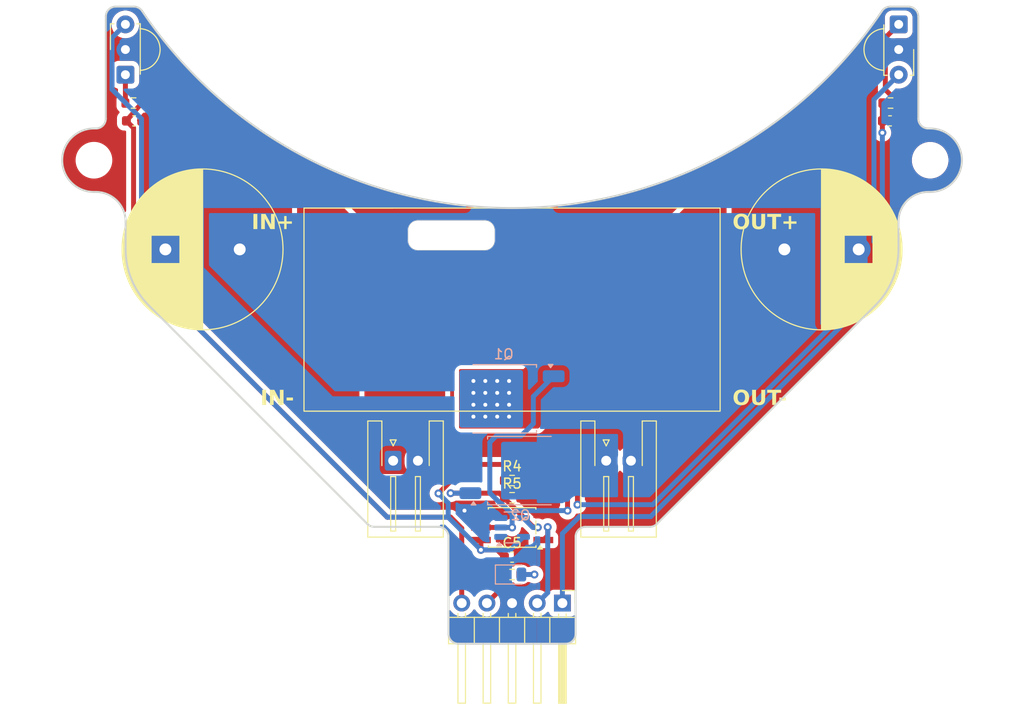
<source format=kicad_pcb>
(kicad_pcb (version 20240108) (generator "pcbnew") (generator_version "8.0")
  (layers (0 "F.Cu" signal) (31 "B.Cu" signal) (34 "B.Paste" user) (35 "F.Paste" user) (36 "B.SilkS" user "B.Silkscreen") (37 "F.SilkS" user "F.Silkscreen") (38 "B.Mask" user) (39 "F.Mask" user) (44 "Edge.Cuts" user))
  (net 0 "")
  (net 1 "VCC")
  (net 2 "GND")
  (net 3 "+3.3V")
  (net 4 "ball01k")
  (net 5 "ball02k")
  (net 6 "Net-(J3-Pin_1)")
  (net 7 "VDD")
  (net 8 "Net-(D1-A)")
  (net 9 "Sig")
  (net 10 "Sig-main")
  (net 11 "+48V")
  (net 12 "Net-(Q2-G)")
  (net 13 "Net-(U1-OUT)")
  (net 14 "Net-(U2-OUT)")
  (footprint "Resistor_SMD:R_0603_1608Metric" (layer "F.Cu") (at 0.005319 29.2357)
    (property "Reference" "R5" (at 0 -1.43 0) (layer "F.SilkS"))
    (property "Value" "10K")
    (pad "1" smd roundrect (at -0.825 0) (size 0.8 0.95) (layers "F.Cu" "F.Paste" "F.Mask") (net 12 "Net-(Q2-G)"))
    (pad "2" smd roundrect (at 0.825 0) (size 0.8 0.95) (layers "F.Cu" "F.Paste" "F.Mask") (net 2 "GND"))
  )
  (footprint "Capacitor_SMD:C_0603_1608Metric" (layer "F.Cu") (at 38.15 -8.8)
    (property "Reference" "C2" (hide yes))
    (property "Value" "0.33u")
    (pad "1" smd roundrect (at -0.775 0) (size 0.9 0.95) (layers "F.Cu" "F.Paste" "F.Mask") (net 4 "ball01k"))
    (pad "2" smd roundrect (at 0.775 0) (size 0.9 0.95) (layers "F.Cu" "F.Paste" "F.Mask") (net 2 "GND"))
  )
  (footprint "Capacitor_SMD:C_0603_1608Metric" (layer "F.Cu") (at -38.15 -8.8)
    (property "Reference" "C3" (hide yes))
    (property "Value" "0.33u")
    (pad "1" smd roundrect (at -0.775 0) (size 0.9 0.95) (layers "F.Cu" "F.Paste" "F.Mask") (net 5 "ball02k"))
    (pad "2" smd roundrect (at 0.775 0) (size 0.9 0.95) (layers "F.Cu" "F.Paste" "F.Mask") (net 2 "GND"))
  )
  (footprint "Resistor_SMD:R_0603_1608Metric" (layer "F.Cu") (at -38.2 -10.6)
    (property "Reference" "R2" (hide yes))
    (property "Value" "39K")
    (pad "1" smd roundrect (at -0.825 0) (size 0.8 0.95) (layers "F.Cu" "F.Paste" "F.Mask") (net 14 "Net-(U2-OUT)"))
    (pad "2" smd roundrect (at 0.825 0) (size 0.8 0.95) (layers "F.Cu" "F.Paste" "F.Mask") (net 5 "ball02k"))
  )
  (footprint "MountingHole:MountingHole_3.2mm_M3" (layer "F.Cu") (at -42.2 -4.8286)
    (property "Reference" "REF**" (hide yes))
    (property "Value" "MountingHole_3.2mm_M3")
    (pad "" np_thru_hole circle (at 0 0) (size 3.2 3.2) (drill 3.2) (layers "*.Cu" "*.Mask"))
  )
  (footprint "Resistor_SMD:R_0603_1608Metric" (layer "F.Cu") (at 0.005319 36.9857)
    (property "Reference" "R3" (hide yes))
    (property "Value" "330")
    (pad "1" smd roundrect (at -0.825 0) (size 0.8 0.95) (layers "F.Cu" "F.Paste" "F.Mask") (net 3 "+3.3V"))
    (pad "2" smd roundrect (at 0.825 0) (size 0.8 0.95) (layers "F.Cu" "F.Paste" "F.Mask") (net 8 "Net-(D1-A)"))
  )
  (footprint "OptoDevice:Vishay_MINICAST-3Pin" (layer "F.Cu") (at -39.025 -13.46 90)
    (property "Reference" "U2" (hide yes))
    (property "Value" "TSSP58P38")
    (pad "1" thru_hole roundrect (at 0 0 90) (size 1.8 1.8) (drill 0.9) (layers "*.Cu" "*.Mask") (roundrect_rratio 0.139) (net 14 "Net-(U2-OUT)"))
    (pad "2" thru_hole circle (at 2.54 0 90) (size 1.8 1.8) (drill 0.9) (layers "*.Cu" "*.Mask") (net 2 "GND"))
    (pad "3" thru_hole circle (at 5.08 0 90) (size 1.8 1.8) (drill 0.9) (layers "*.Cu" "*.Mask") (net 3 "+3.3V"))
  )
  (footprint "Package_SO:SO-5_4.4x3.6mm_P1.27mm" (layer "F.Cu") (at 0.005319 32.2357 180)
    (property "Reference" "D2" (hide yes))
    (property "Value" "~")
    (pad "1" smd rect (at -3.15 -1.27 180) (size 2 0.64) (layers "F.Cu" "F.Paste" "F.Mask") (net 10 "Sig-main"))
    (pad "3" smd rect (at -3.15 1.27 180) (size 2 0.64) (layers "F.Cu" "F.Paste" "F.Mask") (net 2 "GND"))
    (pad "4" smd rect (at 3.15 1.27 180) (size 2 0.64) (layers "F.Cu" "F.Paste" "F.Mask") (net 2 "GND"))
    (pad "5" smd rect (at 3.15 0 180) (size 2 0.64) (layers "F.Cu" "F.Paste" "F.Mask") (net 9 "Sig"))
    (pad "6" smd rect (at 3.15 -1.27 180) (size 2 0.64) (layers "F.Cu" "F.Paste" "F.Mask") (net 3 "+3.3V"))
  )
  (footprint "Capacitor_THT:CP_Radial_D16.0mm_P7.50mm" (layer "F.Cu") (at 27.487246 4.171425)
    (property "Reference" "C1" (hide yes))
    (property "Value" "2200uF")
    (pad "1" thru_hole rect (at 0 0) (size 2.4 2.4) (drill 1.2) (layers "*.Cu" "*.Mask") (net 7 "VDD"))
    (pad "2" thru_hole circle (at 7.5 0) (size 2.4 2.4) (drill 1.2) (layers "*.Cu" "*.Mask") (net 2 "GND"))
  )
  (footprint "Capacitor_THT:CP_Radial_D16.0mm_P7.50mm" (layer "F.Cu") (at -27.487246 4.171425 180)
    (property "Reference" "C4" (hide yes))
    (property "Value" "2200uF")
    (pad "1" thru_hole rect (at 0 0 180) (size 2.4 2.4) (drill 1.2) (layers "*.Cu" "*.Mask") (net 7 "VDD"))
    (pad "2" thru_hole circle (at 7.5 0 180) (size 2.4 2.4) (drill 1.2) (layers "*.Cu" "*.Mask") (net 2 "GND"))
  )
  (footprint "Connector_JST:JST_XH_S2B-XH-A-1_1x02_P2.50mm_Horizontal" (layer "F.Cu") (at -12 25.5)
    (property "Reference" "J1" (hide yes))
    (property "Value" "Conn_01x02_Pin")
    (pad "1" thru_hole roundrect (at 0 0) (size 1.7 2) (drill 1) (layers "*.Cu" "*.Mask") (roundrect_rratio 0.147059) (net 1 "VCC"))
    (pad "2" thru_hole oval (at 2.5 0) (size 1.7 2) (drill 1) (layers "*.Cu" "*.Mask") (net 2 "GND"))
  )
  (footprint "Resistor_SMD:R_0603_1608Metric" (layer "F.Cu") (at 38.2 -10.6 180)
    (property "Reference" "R1" (hide yes))
    (property "Value" "39K")
    (pad "1" smd roundrect (at -0.825 0 180) (size 0.8 0.95) (layers "F.Cu" "F.Paste" "F.Mask") (net 13 "Net-(U1-OUT)"))
    (pad "2" smd roundrect (at 0.825 0 180) (size 0.8 0.95) (layers "F.Cu" "F.Paste" "F.Mask") (net 4 "ball01k"))
  )
  (footprint "@2024TOINIOT2-Kicker:XL6009-SMD" (layer "F.Cu") (at 0 10.25)
    (property "Reference" "U3" (hide yes))
    (property "Value" "~")
    (fp_line (start -10.5 -7.000001) (end -10.5 -8) (stroke (width 0.05)) (layer "Edge.Cuts"))
    (fp_line (start -9.5 -6.000001) (end -2.75 -6) (stroke (width 0.05)) (layer "Edge.Cuts"))
    (fp_line (start -2.75 -8.999999) (end -9.5 -9) (stroke (width 0.05)) (layer "Edge.Cuts"))
    (fp_line (start -1.75 -7) (end -1.75 -7.999999) (stroke (width 0.05)) (layer "Edge.Cuts"))
    (fp_arc (start -10.5 -8) (mid -10.207107 -8.707107) (end -9.5 -9) (stroke (width 0.05)) (layer "Edge.Cuts"))
    (fp_arc (start -9.5 -6.000001) (mid -10.207107 -6.292894) (end -10.5 -7.000001) (stroke (width 0.05)) (layer "Edge.Cuts"))
    (fp_arc (start -2.75 -8.999999) (mid -2.042893 -8.707106) (end -1.75 -7.999999) (stroke (width 0.05)) (layer "Edge.Cuts"))
    (fp_arc (start -1.75 -7) (mid -2.042893 -6.292893) (end -2.75 -6) (stroke (width 0.05)) (layer "Edge.Cuts"))
    (fp_text user "IN-" (at -22 9 0) (layer "F.SilkS") (effects (font (size 1.5 1.5) (thickness 0.1)) (justify right)))
    (fp_text user "OUT-" (at 22.25 9 0) (layer "F.SilkS") (effects (font (size 1.5 1.5) (thickness 0.1)) (justify left)))
    (fp_text user "IN+" (at -22 -8.75 0) (layer "F.SilkS") (effects (font (size 1.5 1.5) (thickness 0.1)) (justify right)))
    (fp_text user "OUT+" (at 22.25 -8.75 0) (layer "F.SilkS") (effects (font (size 1.5 1.5) (thickness 0.1)) (justify left)))
    (pad "1" smd rect (at -19.75 -9) (size 3 3) (layers "F.Cu" "F.Paste" "F.Mask") (net 1 "VCC"))
    (pad "2" smd rect (at -19.75 9) (size 3 3) (layers "F.Cu" "F.Paste" "F.Mask") (net 2 "GND"))
    (pad "3" smd rect (at 19.75 -9) (size 3 3) (layers "F.Cu" "F.Paste" "F.Mask") (net 11 "+48V"))
    (pad "4" smd rect (at 19.75 9) (size 3 3) (layers "F.Cu" "F.Paste" "F.Mask") (net 2 "GND"))
  )
  (footprint "OptoDevice:Vishay_MINICAST-3Pin" (layer "F.Cu") (at 39.025 -18.54 -90)
    (property "Reference" "U1" (hide yes))
    (property "Value" "TSSP58P38")
    (pad "1" thru_hole roundrect (at 0 0 270) (size 1.8 1.8) (drill 0.9) (layers "*.Cu" "*.Mask") (roundrect_rratio 0.139) (net 13 "Net-(U1-OUT)"))
    (pad "2" thru_hole circle (at 2.54 0 270) (size 1.8 1.8) (drill 0.9) (layers "*.Cu" "*.Mask") (net 2 "GND"))
    (pad "3" thru_hole circle (at 5.08 0 270) (size 1.8 1.8) (drill 0.9) (layers "*.Cu" "*.Mask") (net 3 "+3.3V"))
  )
  (footprint "Resistor_SMD:R_0603_1608Metric" (layer "F.Cu") (at 0 27.5)
    (property "Reference" "R4" (at 0 -1.43 360) (layer "F.SilkS"))
    (property "Value" "10K")
    (pad "1" smd roundrect (at -0.825 0) (size 0.8 0.95) (layers "F.Cu" "F.Paste" "F.Mask") (net 9 "Sig"))
    (pad "2" smd roundrect (at 0.825 0) (size 0.8 0.95) (layers "F.Cu" "F.Paste" "F.Mask") (net 2 "GND"))
  )
  (footprint "MountingHole:MountingHole_3.2mm_M3" (layer "F.Cu") (at 42.200001 -4.828575)
    (property "Reference" "REF**" (hide yes))
    (property "Value" "MountingHole_3.2mm_M3")
    (pad "" np_thru_hole circle (at 0 0) (size 3.2 3.2) (drill 3.2) (layers "F&B.Cu" "*.Mask"))
  )
  (footprint "Capacitor_SMD:C_0603_1608Metric" (layer "F.Cu") (at 0.005319 35.2357)
    (property "Reference" "C5" (at 0 -1.43 0) (layer "F.SilkS"))
    (property "Value" "0.1uF")
    (pad "1" smd roundrect (at -0.775 0) (size 0.9 0.95) (layers "F.Cu" "F.Paste" "F.Mask") (net 3 "+3.3V"))
    (pad "2" smd roundrect (at 0.775 0) (size 0.9 0.95) (layers "F.Cu" "F.Paste" "F.Mask") (net 2 "GND"))
  )
  (footprint "Connector_JST:JST_XH_S2B-XH-A-1_1x02_P2.50mm_Horizontal" (layer "F.Cu") (at 9.5 25.5)
    (property "Reference" "J3" (hide yes))
    (property "Value" "Conn_01x02_Pin")
    (pad "1" thru_hole roundrect (at 0 0) (size 1.7 2) (drill 1) (layers "*.Cu" "*.Mask") (roundrect_rratio 0.147059) (net 6 "Net-(J3-Pin_1)"))
    (pad "2" thru_hole oval (at 2.5 0) (size 1.7 2) (drill 1) (layers "*.Cu" "*.Mask") (net 7 "VDD"))
  )
  (footprint "Connector_PinHeader_2.54mm:PinHeader_1x05_P2.54mm_Horizontal" (layer "F.Cu") (at 5.080001 39.871425 -90)
    (property "Reference" "J2" (hide yes))
    (property "Value" "Conn_01x05_Pin")
    (pad "1" thru_hole rect (at 0 0 270) (size 1.7 1.7) (drill 1) (layers "*.Cu" "*.Mask") (net 4 "ball01k"))
    (pad "2" thru_hole oval (at 0 2.54 270) (size 1.7 1.7) (drill 1) (layers "*.Cu" "*.Mask") (net 10 "Sig-main"))
    (pad "3" thru_hole oval (at 0 5.08 270) (size 1.7 1.7) (drill 1) (layers "*.Cu" "*.Mask") (net 2 "GND"))
    (pad "4" thru_hole oval (at 0 7.62 270) (size 1.7 1.7) (drill 1) (layers "*.Cu" "*.Mask") (net 3 "+3.3V"))
    (pad "5" thru_hole oval (at 0 10.16 270) (size 1.7 1.7) (drill 1) (layers "*.Cu" "*.Mask") (net 5 "ball02k"))
  )
  (footprint "Package_TO_SOT_SMD:SOT-23-5" (layer "B.Cu") (at 0.005319 32.2357)
    (property "Reference" "U4" (hide yes))
    (property "Value" "~")
    (pad "1" smd roundrect (at -1.1375 0.95) (size 1.325 0.6) (layers "B.Cu" "B.Paste" "B.Mask"))
    (pad "2" smd roundrect (at -1.1375 0) (size 1.325 0.6) (layers "B.Cu" "B.Paste" "B.Mask") (net 9 "Sig"))
    (pad "3" smd roundrect (at -1.1375 -0.95) (size 1.325 0.6) (layers "B.Cu" "B.Paste" "B.Mask") (net 2 "GND"))
    (pad "4" smd roundrect (at 1.1375 -0.95) (size 1.325 0.6) (layers "B.Cu" "B.Paste" "B.Mask") (net 12 "Net-(Q2-G)"))
    (pad "5" smd roundrect (at 1.1375 0.95) (size 1.325 0.6) (layers "B.Cu" "B.Paste" "B.Mask") (net 3 "+3.3V"))
  )
  (footprint "LED_SMD:LED_0805_2012Metric" (layer "B.Cu") (at 0.005319 36.9857)
    (property "Reference" "D1" (hide yes))
    (property "Value" "PWR")
    (pad "1" smd roundrect (at -0.9375 0) (size 0.975 1.4) (layers "B.Cu" "B.Paste" "B.Mask") (net 2 "GND"))
    (pad "2" smd roundrect (at 0.9375 0) (size 0.975 1.4) (layers "B.Cu" "B.Paste" "B.Mask") (net 8 "Net-(D1-A)"))
  )
  (footprint "Package_TO_SOT_SMD:TO-252-2" (layer "B.Cu") (at 0.84 26.4975)
    (property "Reference" "Q2" (at 0 4.5 0) (layer "B.SilkS") (effects (justify mirror)))
    (property "Value" "NMOS")
    (pad "1" smd roundrect (at -5.04 2.28) (size 2.2 1.2) (layers "B.Cu" "B.Paste" "B.Mask") (roundrect_rratio 0.208333) (net 12 "Net-(Q2-G)"))
    (pad "2" smd roundrect (at -0.415 -1.525) (size 3.05 2.75) (layers "B.Cu" "B.Paste") (roundrect_rratio 0.090909) (net 6 "Net-(J3-Pin_1)"))
    (pad "2" smd roundrect (at -0.415 1.525) (size 3.05 2.75) (layers "B.Cu" "B.Paste") (roundrect_rratio 0.090909) (net 6 "Net-(J3-Pin_1)"))
    (pad "2" smd roundrect (at 1.26 0) (size 6.4 5.8) (layers "B.Cu" "B.Mask") (roundrect_rratio 0.043103) (net 6 "Net-(J3-Pin_1)"))
    (pad "2" smd roundrect (at 2.935 -1.525) (size 3.05 2.75) (layers "B.Cu" "B.Paste") (roundrect_rratio 0.090909) (net 6 "Net-(J3-Pin_1)"))
    (pad "2" smd roundrect (at 2.935 1.525) (size 3.05 2.75) (layers "B.Cu" "B.Paste") (roundrect_rratio 0.090909) (net 6 "Net-(J3-Pin_1)"))
    (pad "3" smd roundrect (at -5.04 -2.28) (size 2.2 1.2) (layers "B.Cu" "B.Paste" "B.Mask") (roundrect_rratio 0.208333) (net 2 "GND"))
  )
  (footprint "Package_TO_SOT_SMD:TO-252-2" (layer "B.Cu") (at -0.84 19.2525 180)
    (property "Reference" "Q1" (at 0 4.500001 180) (layer "B.SilkS") (effects (justify mirror)))
    (property "Value" "NMOS")
    (pad "1" smd roundrect (at -5.04 2.28 180) (size 2.2 1.2) (layers "B.Cu" "B.Paste" "B.Mask") (roundrect_rratio 0.208333) (net 9 "Sig"))
    (pad "2" smd roundrect (at -0.415 -1.525 180) (size 3.05 2.75) (layers "B.Cu" "B.Paste") (roundrect_rratio 0.090909) (net 11 "+48V"))
    (pad "2" smd roundrect (at -0.415 1.525 180) (size 3.05 2.75) (layers "B.Cu" "B.Paste") (roundrect_rratio 0.090909) (net 11 "+48V"))
    (pad "2" smd roundrect (at 1.260001 0 180) (size 6.4 5.8) (layers "B.Cu" "B.Mask") (roundrect_rratio 0.043103) (net 11 "+48V"))
    (pad "2" smd roundrect (at 2.935 -1.525 180) (size 3.05 2.75) (layers "B.Cu" "B.Paste") (roundrect_rratio 0.090909) (net 11 "+48V"))
    (pad "2" smd roundrect (at 2.935 1.525 180) (size 3.05 2.75) (layers "B.Cu" "B.Paste") (roundrect_rratio 0.090909) (net 11 "+48V"))
    (pad "3" smd roundrect (at -5.04 -2.28 180) (size 2.2 1.2) (layers "B.Cu" "B.Paste" "B.Mask") (roundrect_rratio 0.208333) (net 7 "VDD"))
  )
  (gr_arc (start -13.899495 32.171425) (mid -14.28218 32.095308) (end -14.606602 31.878532) (stroke (width 0.2)) (layer "Edge.Cuts"))
  (gr_arc (start -5.409999 43.971425) (mid -6.117112 43.678538) (end -6.409999 42.971425) (stroke (width 0.2)) (layer "Edge.Cuts"))
  (gr_arc (start 6.410001 33.171425) (mid 6.702881 32.464304) (end 7.410001 32.171425) (stroke (width 0.2)) (layer "Edge.Cuts"))
  (gr_arc (start 6.410001 42.971425) (mid 6.117094 43.678518) (end 5.410001 43.971425) (stroke (width 0.2)) (layer "Edge.Cuts"))
  (gr_arc (start 39.000001 4.171425) (mid 38.391037 7.232893) (end 36.656854 9.82828) (stroke (width 0.2)) (layer "Edge.Cuts"))
  (gr_line (start -5.409999 43.971425) (end 5.410001 43.971425) (stroke (width 0.2)) (layer "Edge.Cuts"))
  (gr_arc (start 42.000001 -8.028575) (mid 41.292884 -8.321466) (end 41.000001 -9.028575) (stroke (width 0.2)) (layer "Edge.Cuts"))
  (gr_line (start -39.000001 1.371425) (end -39.000001 4.171422) (stroke (width 0.2)) (layer "Edge.Cuts"))
  (gr_line (start -42.000001 -8.028575) (end -42.200001 -8.028575) (stroke (width 0.2)) (layer "Edge.Cuts"))
  (gr_arc (start 14.606602 31.878532) (mid 14.282171 32.095277) (end 13.899495 32.171425) (stroke (width 0.2)) (layer "Edge.Cuts"))
  (gr_arc (start -42.200001 -1.628575) (mid -45.400025 -4.828575) (end -42.200001 -8.028575) (stroke (width 0.2)) (layer "Edge.Cuts"))
  (gr_line (start -38.17038 -20.328575) (end -39.999998 -20.328575) (stroke (width 0.2)) (layer "Edge.Cuts"))
  (gr_line (start -42.200001 -1.628575) (end -42.000001 -1.628575) (stroke (width 0.2)) (layer "Edge.Cuts"))
  (gr_arc (start -41.000001 -9.028575) (mid -41.292907 -8.321481) (end -42.000001 -8.028575) (stroke (width 0.2)) (layer "Edge.Cuts"))
  (gr_arc (start 37.34059 -19.88665) (mid 0 0) (end -37.34059 -19.88665) (stroke (width 0.2)) (layer "Edge.Cuts"))
  (gr_line (start 41.000001 -9.028575) (end 41 -19.328575) (stroke (width 0.2)) (layer "Edge.Cuts"))
  (gr_line (start 6.410001 42.971425) (end 6.410001 33.171425) (stroke (width 0.2)) (layer "Edge.Cuts"))
  (gr_line (start 40 -20.328575) (end 38.181444 -20.328575) (stroke (width 0.2)) (layer "Edge.Cuts"))
  (gr_arc (start -42.000001 -1.628575) (mid -39.878686 -0.74989) (end -39.000001 1.371425) (stroke (width 0.2)) (layer "Edge.Cuts"))
  (gr_line (start 39.000001 4.171425) (end 39.000001 1.371425) (stroke (width 0.2)) (layer "Edge.Cuts"))
  (gr_arc (start -7.409999 32.171425) (mid -6.702898 32.464324) (end -6.409999 33.171425) (stroke (width 0.2)) (layer "Edge.Cuts"))
  (gr_arc (start -36.656854 9.82828) (mid -38.391035 7.232891) (end -39.000001 4.171422) (stroke (width 0.2)) (layer "Edge.Cuts"))
  (gr_arc (start 40 -20.328575) (mid 40.707097 -20.03568) (end 41 -19.328575) (stroke (width 0.2)) (layer "Edge.Cuts"))
  (gr_line (start 42.2 -8.028575) (end 42.000001 -8.028575) (stroke (width 0.2)) (layer "Edge.Cuts"))
  (gr_arc (start 37.34059 -19.88665) (mid 37.705202 -20.213813) (end 38.181444 -20.328575) (stroke (width 0.2)) (layer "Edge.Cuts"))
  (gr_line (start 14.606602 31.878532) (end 36.656854 9.82828) (stroke (width 0.2)) (layer "Edge.Cuts"))
  (gr_line (start -6.409999 33.171425) (end -6.409999 42.971425) (stroke (width 0.2)) (layer "Edge.Cuts"))
  (gr_arc (start 42.2 -8.028575) (mid 45.399964 -4.82858) (end 42.2 -1.628575) (stroke (width 0.2)) (layer "Edge.Cuts"))
  (gr_arc (start -38.17038 -20.328575) (mid -37.700314 -20.211206) (end -37.34059 -19.88665) (stroke (width 0.2)) (layer "Edge.Cuts"))
  (gr_line (start 42.000001 -1.628575) (end 42.2 -1.628575) (stroke (width 0.2)) (layer "Edge.Cuts"))
  (gr_arc (start 39.000001 1.371425) (mid 39.878672 -0.749911) (end 42.000001 -1.628575) (stroke (width 0.2)) (layer "Edge.Cuts"))
  (gr_line (start -13.899495 32.171425) (end -7.409999 32.171425) (stroke (width 0.2)) (layer "Edge.Cuts"))
  (gr_arc (start -41.000001 -19.328571) (mid -40.707121 -20.035694) (end -39.999998 -20.328575) (stroke (width 0.2)) (layer "Edge.Cuts"))
  (gr_line (start -36.656854 9.82828) (end -14.606602 31.878532) (stroke (width 0.2)) (layer "Edge.Cuts"))
  (gr_line (start -41.000001 -19.328571) (end -41.000001 -9.028575) (stroke (width 0.2)) (layer "Edge.Cuts"))
  (gr_line (start 7.410001 32.171425) (end 13.899495 32.171425) (stroke (width 0.2)) (layer "Edge.Cuts"))
  (via (at -4.8 30.5357) (size 0.8) (drill 0.4) (layers "F.Cu" "B.Cu") (net 2))
  (segment (start -3.144681 34.5025) (end -3.144681 33.5057) (width 0.5) (layer "F.Cu") (net 3))
  (segment (start 6.6 28.025) (end 4.45 25.875) (width 0.5) (layer "F.Cu") (net 3))
  (segment (start -0.769681 35.2357) (end -0.769681 38.101107) (width 0.5) (layer "F.Cu") (net 3))
  (segment (start -0.769681 38.101107) (end -2.539999 39.871425) (width 0.5) (layer "F.Cu") (net 3))
  (segment (start -1.502881 34.5025) (end -3.144681 34.5025) (width 0.5) (layer "F.Cu") (net 3))
  (segment (start -4.5 25.875) (end -7.425 28.8) (width 0.5) (layer "F.Cu") (net 3))
  (segment (start 6.6 29.9357) (end 6.6 28.025) (width 0.5) (layer "F.Cu") (net 3))
  (segment (start 4.45 25.875) (end -4.5 25.875) (width 0.5) (layer "F.Cu") (net 3))
  (segment (start -0.769681 35.2357) (end -1.502881 34.5025) (width 0.5) (layer "F.Cu") (net 3))
  (via (at -3.144681 34.5025) (size 0.8) (drill 0.4) (layers "F.Cu" "B.Cu") (net 3))
  (via (at -7.425 28.8) (size 0.8) (drill 0.4) (layers "F.Cu" "B.Cu") (net 3))
  (via (at 6.6 29.9357) (size 0.8) (drill 0.4) (layers "F.Cu" "B.Cu") (net 3))
  (segment (start 6.6 29.9357) (end 14.20185 29.9357) (width 0.5) (layer "B.Cu") (net 3))
  (segment (start -12.6 31.2) (end -6.447181 31.2) (width 0.5) (layer "B.Cu") (net 3))
  (segment (start -6.447181 31.2) (end -3.144681 34.5025) (width 0.5) (layer "B.Cu") (net 3))
  (segment (start -37.4 6.4) (end -12.6 31.2) (width 0.5) (layer "B.Cu") (net 3))
  (segment (start 14.20185 29.9357) (end 36.637246 7.500304) (width 0.5) (layer "B.Cu") (net 3))
  (segment (start -0.173981 34.5025) (end 1.142819 33.1857) (width 0.5) (layer "B.Cu") (net 3))
  (segment (start -40.375 -17.19) (end -40.375 -11.975) (width 0.5) (layer "B.Cu") (net 3))
  (segment (start 36.525 3.375726) (end 36.525 -10.96) (width 0.5) (layer "B.Cu") (net 3))
  (segment (start 36.637246 3.487972) (end 36.525 3.375726) (width 0.5) (layer "B.Cu") (net 3))
  (segment (start 36.525 -10.96) (end 39.025 -13.46) (width 0.5) (layer "B.Cu") (net 3))
  (segment (start -6.447181 31.2) (end -6.447181 29.777819) (width 0.5) (layer "B.Cu") (net 3))
  (segment (start -3.144681 34.5025) (end -0.173981 34.5025) (width 0.5) (layer "B.Cu") (net 3))
  (segment (start 36.637246 7.500304) (end 36.637246 3.487972) (width 0.5) (layer "B.Cu") (net 3))
  (segment (start -6.447181 29.777819) (end -7.425 28.8) (width 0.5) (layer "B.Cu") (net 3))
  (segment (start -40.375 -11.975) (end -37.4 -9) (width 0.5) (layer "B.Cu") (net 3))
  (segment (start -37.4 -9) (end -37.4 6.4) (width 0.5) (layer "B.Cu") (net 3))
  (segment (start -39.025 -18.54) (end -40.375 -17.19) (width 0.5) (layer "B.Cu") (net 3))
  (segment (start 37.375 -8.8) (end 37.375 -7.6) (width 0.5) (layer "F.Cu") (net 4))
  (segment (start 37.375 -10.6) (end 37.375 -8.8) (width 0.5) (layer "F.Cu") (net 4))
  (via (at 37.375 -7.6) (size 0.8) (drill 0.4) (layers "F.Cu" "B.Cu") (net 4))
  (segment (start 13.9918 31.1357) (end 6.8 31.1357) (width 0.5) (layer "B.Cu") (net 4))
  (segment (start 37.375 7.7525) (end 13.9918 31.1357) (width 0.5) (layer "B.Cu") (net 4))
  (segment (start 37.375 -7.6) (end 37.375 7.7525) (width 0.5) (layer "B.Cu") (net 4))
  (segment (start 6.8 31.1357) (end 5.080001 32.855699) (width 0.5) (layer "B.Cu") (net 4))
  (segment (start 5.080001 32.855699) (end 5.080001 39.871425) (width 0.5) (layer "B.Cu") (net 4))
  (segment (start -38.925 -8.8) (end -37.375 -10.6) (width 0.5) (layer "F.Cu") (net 5))
  (segment (start -12.6 31.2) (end -6.2 31.2) (width 0.5) (layer "F.Cu") (net 5))
  (segment (start -6.2 31.2) (end -5.079999 32.320001) (width 0.5) (layer "F.Cu") (net 5))
  (segment (start -38.2 5.6) (end -12.6 31.2) (width 0.5) (layer "F.Cu") (net 5))
  (segment (start -5.079999 32.320001) (end -5.079999 39.871425) (width 0.5) (layer "F.Cu") (net 5))
  (segment (start -38.925 -8.8) (end -38.2 -8.075) (width 0.5) (layer "F.Cu") (net 5))
  (segment (start -38.2 -8.075) (end -38.2 5.6) (width 0.5) (layer "F.Cu") (net 5))
  (segment (start 0.830319 36.9857) (end 2.255319 36.9857) (width 0.5) (layer "F.Cu") (net 8))
  (via (at 2.255319 36.9857) (size 0.8) (drill 0.4) (layers "F.Cu" "B.Cu") (net 8))
  (segment (start 2.255319 36.9857) (end 0.942819 36.9857) (width 0.5) (layer "B.Cu") (net 8))
  (segment (start 5.599999 30.537435) (end 5.599999 28.227499) (width 0.5) (layer "F.Cu") (net 9))
  (segment (start -3.144681 32.2357) (end 0.005319 32.2357) (width 0.5) (layer "F.Cu") (net 9))
  (segment (start 5.599999 28.227499) (end 3.9475 26.575) (width 0.5) (layer "F.Cu") (net 9))
  (segment (start 0.1 26.575) (end -0.825 27.5) (width 0.5) (layer "F.Cu") (net 9))
  (segment (start 3.9475 26.575) (end 0.1 26.575) (width 0.5) (layer "F.Cu") (net 9))
  (via (at 5.599999 30.537435) (size 0.8) (drill 0.4) (layers "F.Cu" "B.Cu") (net 9))
  (via (at 0.005319 32.2357) (size 0.8) (drill 0.4) (layers "F.Cu" "B.Cu") (net 9))
  (segment (start 5.599999 30.537435) (end 5.598264 30.5357) (width 0.5) (layer "B.Cu") (net 9))
  (segment (start 4.2 16.9725) (end 2.149999 19.022501) (width 0.5) (layer "B.Cu") (net 9))
  (segment (start 0.899999 23.0025) (end -1.600001 23.0025) (width 0.5) (layer "B.Cu") (net 9))
  (segment (start 5.598264 30.5357) (end 0.377635 30.5357) (width 0.5) (layer "B.Cu") (net 9))
  (segment (start -1.055197 29.8475) (end 0.005319 30.908016) (width 0.5) (layer "B.Cu") (net 9))
  (segment (start -1.146878 29.8475) (end -1.055197 29.8475) (width 0.5) (layer "B.Cu") (net 9))
  (segment (start 0.377635 30.5357) (end 0.005319 30.908016) (width 0.5) (layer "B.Cu") (net 9))
  (segment (start 0.005319 30.908016) (end 0.005319 32.2357) (width 0.5) (layer "B.Cu") (net 9))
  (segment (start 2.149999 19.022501) (end 2.149999 21.7525) (width 0.5) (layer "B.Cu") (net 9))
  (segment (start -1.600001 23.0025) (end -2.244681 23.64718) (width 0.5) (layer "B.Cu") (net 9))
  (segment (start 0.005319 32.2357) (end -1.132181 32.2357) (width 0.5) (layer "B.Cu") (net 9))
  (segment (start 2.149999 21.7525) (end 0.899999 23.0025) (width 0.5) (layer "B.Cu") (net 9))
  (segment (start -2.244681 23.64718) (end -2.244681 28.749697) (width 0.5) (layer "B.Cu") (net 9))
  (segment (start -2.244681 28.749697) (end -1.146878 29.8475) (width 0.5) (layer "B.Cu") (net 9))
  (segment (start 3.6 32.2) (end 3.6 33.061019) (width 0.5) (layer "F.Cu") (net 10))
  (segment (start 3.6 33.061019) (end 3.155319 33.5057) (width 0.5) (layer "F.Cu") (net 10))
  (via (at 3.6 32.2) (size 0.8) (drill 0.4) (layers "F.Cu" "B.Cu") (net 10))
  (segment (start 3.6 38.811426) (end 2.540001 39.871425) (width 0.5) (layer "B.Cu") (net 10))
  (segment (start 3.6 32.2) (end 3.6 38.811426) (width 0.5) (layer "B.Cu") (net 10))
  (via (at -0.300001 17.4525) (size 0.8) (drill 0.4) (layers "F.Cu" "B.Cu") (net 11))
  (via (at -0.300001 19.8525) (size 0.8) (drill 0.4) (layers "F.Cu" "B.Cu") (net 11))
  (via (at -1.500001 21.0525) (size 0.8) (drill 0.4) (layers "F.Cu" "B.Cu") (net 11))
  (via (at -2.700001 18.6525) (size 0.8) (drill 0.4) (layers "F.Cu" "B.Cu") (net 11))
  (via (at -2.700001 19.8525) (size 0.8) (drill 0.4) (layers "F.Cu" "B.Cu") (net 11))
  (via (at -2.700001 17.4525) (size 0.8) (drill 0.4) (layers "F.Cu" "B.Cu") (net 11))
  (via (at -3.900001 21.0525) (size 0.8) (drill 0.4) (layers "F.Cu" "B.Cu") (net 11))
  (via (at -3.900001 19.8525) (size 0.8) (drill 0.4) (layers "F.Cu" "B.Cu") (net 11))
  (via (at -3.900001 18.6525) (size 0.8) (drill 0.4) (layers "F.Cu" "B.Cu") (net 11))
  (via (at -1.500001 19.8525) (size 0.8) (drill 0.4) (layers "F.Cu" "B.Cu") (net 11))
  (via (at -1.500001 18.6525) (size 0.8) (drill 0.4) (layers "F.Cu" "B.Cu") (net 11))
  (via (at -0.300001 21.0525) (size 0.8) (drill 0.4) (layers "F.Cu" "B.Cu") (net 11))
  (via (at -1.500001 17.4525) (size 0.8) (drill 0.4) (layers "F.Cu" "B.Cu") (net 11))
  (via (at -0.300001 18.6525) (size 0.8) (drill 0.4) (layers "F.Cu" "B.Cu") (net 11))
  (via (at -3.900001 17.4525) (size 0.8) (drill 0.4) (layers "F.Cu" "B.Cu") (net 11))
  (via (at -2.700001 21.0525) (size 0.8) (drill 0.4) (layers "F.Cu" "B.Cu") (net 11))
  (segment (start 2.169828 32.225209) (end -0.819681 29.2357) (width 0.5) (layer "F.Cu") (net 12))
  (segment (start -1.277881 28.7775) (end -0.819681 29.2357) (width 0.5) (layer "F.Cu") (net 12))
  (segment (start 2.6 32.225209) (end 2.169828 32.225209) (width 0.5) (layer "F.Cu") (net 12))
  (segment (start -6.2 28.7775) (end -1.277881 28.7775) (width 0.5) (layer "F.Cu") (net 12))
  (via (at 2.6 32.225209) (size 0.8) (drill 0.4) (layers "F.Cu" "B.Cu") (net 12))
  (via (at -6.2 28.7775) (size 0.8) (drill 0.4) (layers "F.Cu" "B.Cu") (net 12))
  (segment (start -4.2 28.7775) (end -6.2 28.7775) (width 0.5) (layer "B.Cu") (net 12))
  (segment (start 2.082328 32.225209) (end 1.142819 31.2857) (width 0.5) (layer "B.Cu") (net 12))
  (segment (start 2.6 32.225209) (end 2.082328 32.225209) (width 0.5) (layer "B.Cu") (net 12))
  (segment (start 37.675 -17.19) (end 39.025 -18.54) (width 0.5) (layer "F.Cu") (net 13))
  (segment (start 39.025 -10.6) (end 37.675 -11.95) (width 0.5) (layer "F.Cu") (net 13))
  (segment (start 37.675 -11.95) (end 37.675 -17.19) (width 0.5) (layer "F.Cu") (net 13))
  (segment (start -39.025 -13.46) (end -39.025 -10.6) (width 0.5) (layer "F.Cu") (net 14))
  (zone (net 1) (net_name "VCC") (layer "F.Cu") (priority 8) (connect_pads yes (clearance 0.5)) (min_thickness 0.25) (fill yes (thermal_gap 0.5) (thermal_bridge_width 0.5))
    (polygon (pts (xy -21.700001 3.2525) (xy -21.700001 -0.7475) (xy -17.700001 -0.7475) (xy -6.75 10.202501) (xy -6.75 26.8525) (xy -14.900001 26.8525) (xy -14.900001 26.8525) (xy -14.900001 10.0525)))
  )
  (zone (net 11) (net_name "+48V") (layer "F.Cu") (priority 6) (connect_pads yes (clearance 0.5)) (min_thickness 0.25) (fill yes (thermal_gap 0.5) (thermal_bridge_width 0.5))
    (polygon (pts (xy -5.350001 22.2525) (xy -5.350001 16.2525) (xy 1.149999 16.2525) (xy 18.149999 -0.7475) (xy 21.649999 -0.7475) (xy 21.649999 3.2525) (xy 2.649999 22.2525)))
  )
  (zone (net 2) (net_name "GND") (layer "F.Cu") (priority 3) (connect_pads yes (clearance 0.5)) (min_thickness 0.25) (fill yes (thermal_gap 0.5) (thermal_bridge_width 0.5))
    (polygon (pts (xy -46 -21) (xy -46 49) (xy 46 49) (xy 46 -21)))
  )
  (zone (net 2) (net_name "GND") (layer "B.Cu") (priority 1) (connect_pads yes (clearance 0.5)) (min_thickness 0.25) (fill yes (thermal_gap 0.5) (thermal_bridge_width 0.5))
    (polygon (pts (xy 2.5 33) (xy 2.5 49) (xy 46 49) (xy 46 33)))
  )
  (zone (net 2) (net_name "GND") (layer "B.Cu") (priority 2) (connect_pads yes (clearance 0.5)) (min_thickness 0.25) (fill yes (thermal_gap 0.5) (thermal_bridge_width 0.5))
    (polygon (pts (xy -31.100001 0) (xy -31.100001 6) (xy -18.100001 19) (xy 2.5 19) (xy 2.5 49) (xy -46.000001 49) (xy -46.000001 0.000001)))
  )
  (zone (net 2) (net_name "GND") (layer "B.Cu") (priority 5) (connect_pads yes (clearance 0.5)) (min_thickness 0.25) (fill yes (thermal_gap 0.5) (thermal_bridge_width 0.5))
    (polygon (pts (xy 46 0) (xy -46 0) (xy -46 -21) (xy 46 -21)))
  )
  (zone (net 7) (net_name "VDD") (layer "B.Cu") (connect_pads yes (clearance 0.5)) (min_thickness 0.25) (fill yes (thermal_gap 0.5) (thermal_bridge_width 0.5))
    (polygon (pts (xy -31.100001 0) (xy -31.100001 6.005319) (xy -18.100001 19) (xy 2.5 19) (xy 2.499999 22.8) (xy 10.699999 22.8) (xy 10.699999 33) (xy 46 33) (xy 46 14.75) (xy 31.149999 14.75) (xy 31.099999 14.75) (xy 31.099999 0)))
  )
  (zone (net 6) (net_name "Net-(J3-Pin_1)") (layer "B.Cu") (priority 7) (connect_pads yes (clearance 0.5)) (min_thickness 0.25) (fill yes (thermal_gap 0.5) (thermal_bridge_width 0.5))
    (polygon (pts (xy 10.699999 22.8) (xy 10.699999 33) (xy 2.499999 32.999999) (xy 2.499999 22.8)))
  )
  (zone (net 2) (net_name "GND") (layer "B.Cu") (priority 4) (connect_pads yes (clearance 0.5)) (min_thickness 0.25) (fill yes (thermal_gap 0.5) (thermal_bridge_width 0.5))
    (polygon (pts (xy 31.1 14.75) (xy 31.1 11.25) (xy 31.099999 11.25) (xy 31.099999 5.9857) (xy 31.099999 0) (xy 46 0) (xy 46 14.75)))
  )
)
</source>
